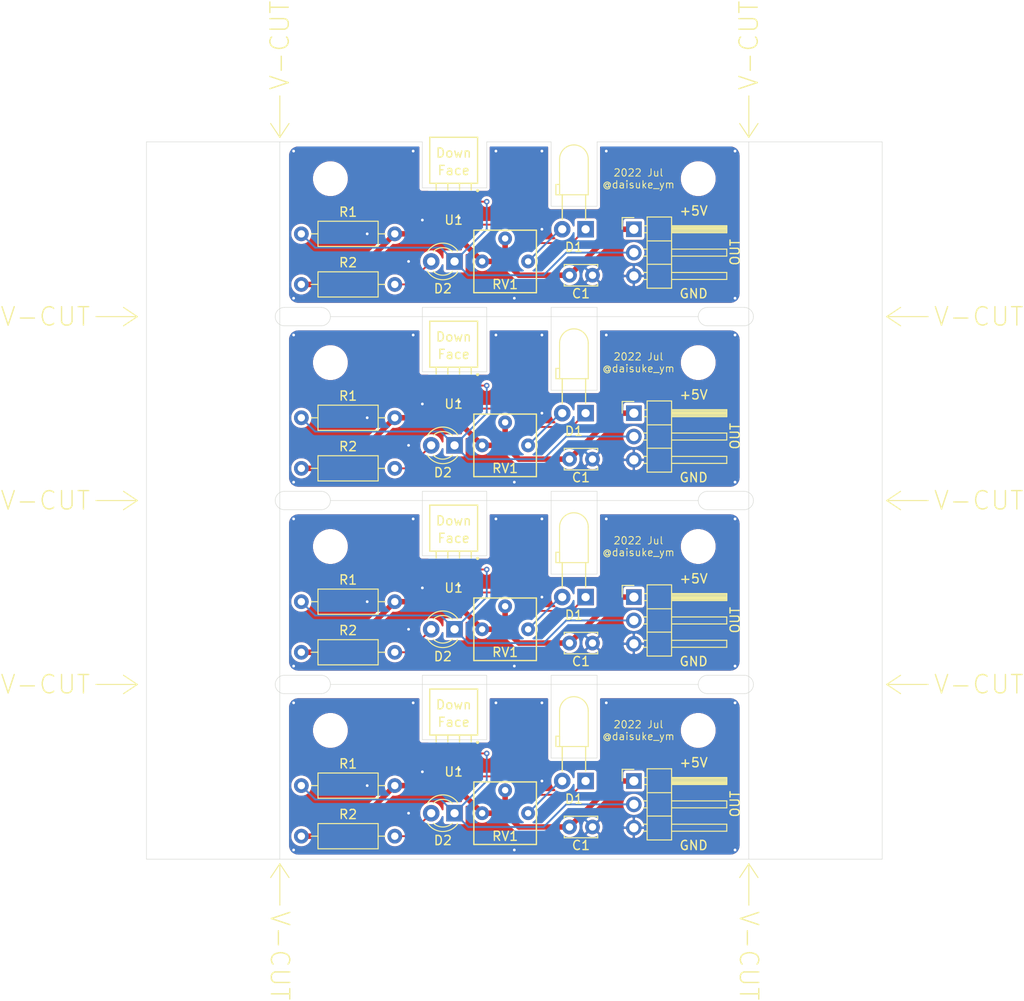
<source format=kicad_pcb>
(kicad_pcb (version 20171130) (host pcbnew "(5.1.12)-1")
  (layers (0 F.Cu signal) (31 B.Cu signal) (34 B.Paste user) (35 F.Paste user) (36 B.SilkS user) (37 F.SilkS user) (38 B.Mask user) (39 F.Mask user) (44 Edge.Cuts user))
  (net 0 "")
  (net 1 +5V)
  (net 2 GND)
  (net 3 "Net-(D1-Pad2)")
  (net 4 "Net-(D2-Pad2)")
  (net 5 /WS1)
  (net 6 "Net-(D1-Pad1)")
  (module MountingHole:MountingHole_3.2mm_M3 (layer F.Cu) (at 130 124)
    (fp_text reference MH1 hide)
    (fp_text value MountingHole_3.2mm_M3 hide)
    (pad 1 np_thru_hole circle (at 0 0) (size 3.2 3.2) (drill 3.2) (layers *.Cu *.Mask))
  )
  (module MountingHole:MountingHole_3.2mm_M3 (layer F.Cu) (at 130 104)
    (fp_text reference MH1 hide)
    (fp_text value MountingHole_3.2mm_M3 hide)
    (pad 1 np_thru_hole circle (at 0 0) (size 3.2 3.2) (drill 3.2) (layers *.Cu *.Mask))
  )
  (module MountingHole:MountingHole_3.2mm_M3 (layer F.Cu) (at 130 84)
    (fp_text reference MH1 hide)
    (fp_text value MountingHole_3.2mm_M3 hide)
    (pad 1 np_thru_hole circle (at 0 0) (size 3.2 3.2) (drill 3.2) (layers *.Cu *.Mask))
  )
  (module LED_THT:LED_D3.0mm_Horizontal_O3.81mm_Z6.0mm (layer F.Cu) (at 157.75 129.5 180)
    (fp_text reference D1 (at 1.27 -1.96) (layer F.SilkS))
    (fp_text value "IR LED")
    (pad 2 thru_hole circle (at 2.54 0 180) (size 1.8 1.8) (drill 0.9) (layers *.Cu *.Mask) (net 3 "Net-(D1-Pad2)"))
    (pad 1 thru_hole rect (at 0 0 180) (size 1.8 1.8) (drill 0.9) (layers *.Cu *.Mask) (net 6 "Net-(D1-Pad1)"))
  )
  (module LED_THT:LED_D3.0mm_Horizontal_O3.81mm_Z6.0mm (layer F.Cu) (at 157.75 109.5 180)
    (fp_text reference D1 (at 1.27 -1.96) (layer F.SilkS))
    (fp_text value "IR LED")
    (pad 2 thru_hole circle (at 2.54 0 180) (size 1.8 1.8) (drill 0.9) (layers *.Cu *.Mask) (net 3 "Net-(D1-Pad2)"))
    (pad 1 thru_hole rect (at 0 0 180) (size 1.8 1.8) (drill 0.9) (layers *.Cu *.Mask) (net 6 "Net-(D1-Pad1)"))
  )
  (module LED_THT:LED_D3.0mm_Horizontal_O3.81mm_Z6.0mm (layer F.Cu) (at 157.75 89.5 180)
    (fp_text reference D1 (at 1.27 -1.96) (layer F.SilkS))
    (fp_text value "IR LED")
    (pad 2 thru_hole circle (at 2.54 0 180) (size 1.8 1.8) (drill 0.9) (layers *.Cu *.Mask) (net 3 "Net-(D1-Pad2)"))
    (pad 1 thru_hole rect (at 0 0 180) (size 1.8 1.8) (drill 0.9) (layers *.Cu *.Mask) (net 6 "Net-(D1-Pad1)"))
  )
  (module Capacitor_THT:C_Disc_D3.4mm_W2.1mm_P2.50mm (layer F.Cu) (at 156 134.5)
    (fp_text reference C1 (at 1.25 2) (layer F.SilkS))
    (fp_text value 0.1u)
    (pad 2 thru_hole circle (at 2.5 0) (size 1.6 1.6) (drill 0.8) (layers *.Cu *.Mask) (net 2 GND))
    (pad 1 thru_hole circle (at 0 0) (size 1.6 1.6) (drill 0.8) (layers *.Cu *.Mask) (net 1 +5V))
  )
  (module Capacitor_THT:C_Disc_D3.4mm_W2.1mm_P2.50mm (layer F.Cu) (at 156 114.5)
    (fp_text reference C1 (at 1.25 2) (layer F.SilkS))
    (fp_text value 0.1u)
    (pad 2 thru_hole circle (at 2.5 0) (size 1.6 1.6) (drill 0.8) (layers *.Cu *.Mask) (net 2 GND))
    (pad 1 thru_hole circle (at 0 0) (size 1.6 1.6) (drill 0.8) (layers *.Cu *.Mask) (net 1 +5V))
  )
  (module Capacitor_THT:C_Disc_D3.4mm_W2.1mm_P2.50mm (layer F.Cu) (at 156 94.5)
    (fp_text reference C1 (at 1.25 2) (layer F.SilkS))
    (fp_text value 0.1u)
    (pad 2 thru_hole circle (at 2.5 0) (size 1.6 1.6) (drill 0.8) (layers *.Cu *.Mask) (net 2 GND))
    (pad 1 thru_hole circle (at 0 0) (size 1.6 1.6) (drill 0.8) (layers *.Cu *.Mask) (net 1 +5V))
  )
  (module MountingHole:MountingHole_3.2mm_M3 (layer F.Cu) (at 170 124)
    (fp_text reference MH2 hide)
    (fp_text value MountingHole_3.2mm_M3 hide)
    (pad 1 np_thru_hole circle (at 0 0) (size 3.2 3.2) (drill 3.2) (layers *.Cu *.Mask))
  )
  (module MountingHole:MountingHole_3.2mm_M3 (layer F.Cu) (at 170 104)
    (fp_text reference MH2 hide)
    (fp_text value MountingHole_3.2mm_M3 hide)
    (pad 1 np_thru_hole circle (at 0 0) (size 3.2 3.2) (drill 3.2) (layers *.Cu *.Mask))
  )
  (module MountingHole:MountingHole_3.2mm_M3 (layer F.Cu) (at 170 84)
    (fp_text reference MH2 hide)
    (fp_text value MountingHole_3.2mm_M3 hide)
    (pad 1 np_thru_hole circle (at 0 0) (size 3.2 3.2) (drill 3.2) (layers *.Cu *.Mask))
  )
  (module MyLib:S6809_Horizontal_Facedown (layer F.Cu) (at 143.405 126.5 180)
    (fp_text reference U1 (at 0 -2) (layer F.SilkS))
    (fp_text value S6809)
    (fp_text user Down (at 0 5.3) (layer F.SilkS))
    (fp_text user Face (at 0 3.4) (layer F.SilkS))
    (pad 4 smd rect (at 1.905 0 180) (size 1 2) (layers F.Cu F.Paste F.Mask) (net 1 +5V))
    (pad 3 smd rect (at 0.635 0 180) (size 1 2) (layers F.Cu F.Paste F.Mask) (net 6 "Net-(D1-Pad1)"))
    (pad 2 smd rect (at -0.635 0 180) (size 1 2) (layers F.Cu F.Paste F.Mask) (net 2 GND))
    (pad 1 smd rect (at -1.905 0 180) (size 1 2) (layers F.Cu F.Paste F.Mask) (net 5 /WS1))
  )
  (module MyLib:S6809_Horizontal_Facedown (layer F.Cu) (at 143.405 106.5 180)
    (fp_text reference U1 (at 0 -2) (layer F.SilkS))
    (fp_text value S6809)
    (fp_text user Down (at 0 5.3) (layer F.SilkS))
    (fp_text user Face (at 0 3.4) (layer F.SilkS))
    (pad 4 smd rect (at 1.905 0 180) (size 1 2) (layers F.Cu F.Paste F.Mask) (net 1 +5V))
    (pad 3 smd rect (at 0.635 0 180) (size 1 2) (layers F.Cu F.Paste F.Mask) (net 6 "Net-(D1-Pad1)"))
    (pad 2 smd rect (at -0.635 0 180) (size 1 2) (layers F.Cu F.Paste F.Mask) (net 2 GND))
    (pad 1 smd rect (at -1.905 0 180) (size 1 2) (layers F.Cu F.Paste F.Mask) (net 5 /WS1))
  )
  (module MyLib:S6809_Horizontal_Facedown (layer F.Cu) (at 143.405 86.5 180)
    (fp_text reference U1 (at 0 -2) (layer F.SilkS))
    (fp_text value S6809)
    (fp_text user Down (at 0 5.3) (layer F.SilkS))
    (fp_text user Face (at 0 3.4) (layer F.SilkS))
    (pad 4 smd rect (at 1.905 0 180) (size 1 2) (layers F.Cu F.Paste F.Mask) (net 1 +5V))
    (pad 3 smd rect (at 0.635 0 180) (size 1 2) (layers F.Cu F.Paste F.Mask) (net 6 "Net-(D1-Pad1)"))
    (pad 2 smd rect (at -0.635 0 180) (size 1 2) (layers F.Cu F.Paste F.Mask) (net 2 GND))
    (pad 1 smd rect (at -1.905 0 180) (size 1 2) (layers F.Cu F.Paste F.Mask) (net 5 /WS1))
  )
  (module Resistor_THT:R_Axial_DIN0207_L6.3mm_D2.5mm_P10.16mm_Horizontal (layer F.Cu) (at 126.84 135.5)
    (fp_text reference R2 (at 5.08 -2.37) (layer F.SilkS))
    (fp_text value 1k)
    (pad 2 thru_hole oval (at 10.16 0) (size 1.6 1.6) (drill 0.8) (layers *.Cu *.Mask) (net 4 "Net-(D2-Pad2)"))
    (pad 1 thru_hole circle (at 0 0) (size 1.6 1.6) (drill 0.8) (layers *.Cu *.Mask) (net 1 +5V))
  )
  (module Resistor_THT:R_Axial_DIN0207_L6.3mm_D2.5mm_P10.16mm_Horizontal (layer F.Cu) (at 126.84 115.5)
    (fp_text reference R2 (at 5.08 -2.37) (layer F.SilkS))
    (fp_text value 1k)
    (pad 2 thru_hole oval (at 10.16 0) (size 1.6 1.6) (drill 0.8) (layers *.Cu *.Mask) (net 4 "Net-(D2-Pad2)"))
    (pad 1 thru_hole circle (at 0 0) (size 1.6 1.6) (drill 0.8) (layers *.Cu *.Mask) (net 1 +5V))
  )
  (module Resistor_THT:R_Axial_DIN0207_L6.3mm_D2.5mm_P10.16mm_Horizontal (layer F.Cu) (at 126.84 95.5)
    (fp_text reference R2 (at 5.08 -2.37) (layer F.SilkS))
    (fp_text value 1k)
    (pad 2 thru_hole oval (at 10.16 0) (size 1.6 1.6) (drill 0.8) (layers *.Cu *.Mask) (net 4 "Net-(D2-Pad2)"))
    (pad 1 thru_hole circle (at 0 0) (size 1.6 1.6) (drill 0.8) (layers *.Cu *.Mask) (net 1 +5V))
  )
  (module Resistor_THT:R_Axial_DIN0207_L6.3mm_D2.5mm_P10.16mm_Horizontal (layer F.Cu) (at 126.84 130)
    (fp_text reference R1 (at 5.08 -2.37) (layer F.SilkS))
    (fp_text value 10k)
    (pad 1 thru_hole circle (at 0 0) (size 1.6 1.6) (drill 0.8) (layers *.Cu *.Mask) (net 5 /WS1))
    (pad 2 thru_hole oval (at 10.16 0) (size 1.6 1.6) (drill 0.8) (layers *.Cu *.Mask) (net 1 +5V))
  )
  (module Resistor_THT:R_Axial_DIN0207_L6.3mm_D2.5mm_P10.16mm_Horizontal (layer F.Cu) (at 126.84 110)
    (fp_text reference R1 (at 5.08 -2.37) (layer F.SilkS))
    (fp_text value 10k)
    (pad 1 thru_hole circle (at 0 0) (size 1.6 1.6) (drill 0.8) (layers *.Cu *.Mask) (net 5 /WS1))
    (pad 2 thru_hole oval (at 10.16 0) (size 1.6 1.6) (drill 0.8) (layers *.Cu *.Mask) (net 1 +5V))
  )
  (module Resistor_THT:R_Axial_DIN0207_L6.3mm_D2.5mm_P10.16mm_Horizontal (layer F.Cu) (at 126.84 90)
    (fp_text reference R1 (at 5.08 -2.37) (layer F.SilkS))
    (fp_text value 10k)
    (pad 1 thru_hole circle (at 0 0) (size 1.6 1.6) (drill 0.8) (layers *.Cu *.Mask) (net 5 /WS1))
    (pad 2 thru_hole oval (at 10.16 0) (size 1.6 1.6) (drill 0.8) (layers *.Cu *.Mask) (net 1 +5V))
  )
  (module Connector_PinHeader_2.54mm:PinHeader_1x03_P2.54mm_Horizontal (layer F.Cu) (at 163 129.5)
    (fp_text reference J1 hide)
    (fp_text value Conn_01x03)
    (pad 3 thru_hole oval (at 0 5.08) (size 1.7 1.7) (drill 1) (layers *.Cu *.Mask) (net 2 GND))
    (pad 2 thru_hole oval (at 0 2.54) (size 1.7 1.7) (drill 1) (layers *.Cu *.Mask) (net 5 /WS1))
    (pad 1 thru_hole rect (at 0 0) (size 1.7 1.7) (drill 1) (layers *.Cu *.Mask) (net 1 +5V))
  )
  (module Connector_PinHeader_2.54mm:PinHeader_1x03_P2.54mm_Horizontal (layer F.Cu) (at 163 109.5)
    (fp_text reference J1 hide)
    (fp_text value Conn_01x03)
    (pad 3 thru_hole oval (at 0 5.08) (size 1.7 1.7) (drill 1) (layers *.Cu *.Mask) (net 2 GND))
    (pad 2 thru_hole oval (at 0 2.54) (size 1.7 1.7) (drill 1) (layers *.Cu *.Mask) (net 5 /WS1))
    (pad 1 thru_hole rect (at 0 0) (size 1.7 1.7) (drill 1) (layers *.Cu *.Mask) (net 1 +5V))
  )
  (module Connector_PinHeader_2.54mm:PinHeader_1x03_P2.54mm_Horizontal (layer F.Cu) (at 163 89.5)
    (fp_text reference J1 hide)
    (fp_text value Conn_01x03)
    (pad 3 thru_hole oval (at 0 5.08) (size 1.7 1.7) (drill 1) (layers *.Cu *.Mask) (net 2 GND))
    (pad 2 thru_hole oval (at 0 2.54) (size 1.7 1.7) (drill 1) (layers *.Cu *.Mask) (net 5 /WS1))
    (pad 1 thru_hole rect (at 0 0) (size 1.7 1.7) (drill 1) (layers *.Cu *.Mask) (net 1 +5V))
  )
  (module MyLib:GF063P1 (layer F.Cu) (at 149 133)
    (fp_text reference RV1 (at 0 2.5) (layer F.SilkS))
    (fp_text value 4K7)
    (pad 3 thru_hole circle (at 2.5 0) (size 1.5 1.5) (drill 0.7) (layers *.Cu *.Mask) (net 3 "Net-(D1-Pad2)"))
    (pad 2 thru_hole circle (at 0 -2.5) (size 1.5 1.5) (drill 0.7) (layers *.Cu *.Mask) (net 1 +5V))
    (pad 1 thru_hole circle (at -2.5 0) (size 1.5 1.5) (drill 0.7) (layers *.Cu *.Mask) (net 1 +5V))
  )
  (module MyLib:GF063P1 (layer F.Cu) (at 149 113)
    (fp_text reference RV1 (at 0 2.5) (layer F.SilkS))
    (fp_text value 4K7)
    (pad 3 thru_hole circle (at 2.5 0) (size 1.5 1.5) (drill 0.7) (layers *.Cu *.Mask) (net 3 "Net-(D1-Pad2)"))
    (pad 2 thru_hole circle (at 0 -2.5) (size 1.5 1.5) (drill 0.7) (layers *.Cu *.Mask) (net 1 +5V))
    (pad 1 thru_hole circle (at -2.5 0) (size 1.5 1.5) (drill 0.7) (layers *.Cu *.Mask) (net 1 +5V))
  )
  (module MyLib:GF063P1 (layer F.Cu) (at 149 93)
    (fp_text reference RV1 (at 0 2.5) (layer F.SilkS))
    (fp_text value 4K7)
    (pad 3 thru_hole circle (at 2.5 0) (size 1.5 1.5) (drill 0.7) (layers *.Cu *.Mask) (net 3 "Net-(D1-Pad2)"))
    (pad 2 thru_hole circle (at 0 -2.5) (size 1.5 1.5) (drill 0.7) (layers *.Cu *.Mask) (net 1 +5V))
    (pad 1 thru_hole circle (at -2.5 0) (size 1.5 1.5) (drill 0.7) (layers *.Cu *.Mask) (net 1 +5V))
  )
  (module LED_THT:LED_D3.0mm_Clear (layer F.Cu) (at 143.5 133 180)
    (fp_text reference D2 (at 1.27 -2.96) (layer F.SilkS))
    (fp_text value YELLOW)
    (pad 2 thru_hole circle (at 2.54 0 180) (size 1.8 1.8) (drill 0.9) (layers *.Cu *.Mask) (net 4 "Net-(D2-Pad2)"))
    (pad 1 thru_hole rect (at 0 0 180) (size 1.8 1.8) (drill 0.9) (layers *.Cu *.Mask) (net 5 /WS1))
  )
  (module LED_THT:LED_D3.0mm_Clear (layer F.Cu) (at 143.5 113 180)
    (fp_text reference D2 (at 1.27 -2.96) (layer F.SilkS))
    (fp_text value YELLOW)
    (pad 2 thru_hole circle (at 2.54 0 180) (size 1.8 1.8) (drill 0.9) (layers *.Cu *.Mask) (net 4 "Net-(D2-Pad2)"))
    (pad 1 thru_hole rect (at 0 0 180) (size 1.8 1.8) (drill 0.9) (layers *.Cu *.Mask) (net 5 /WS1))
  )
  (module LED_THT:LED_D3.0mm_Clear (layer F.Cu) (at 143.5 93 180)
    (fp_text reference D2 (at 1.27 -2.96) (layer F.SilkS))
    (fp_text value YELLOW)
    (pad 2 thru_hole circle (at 2.54 0 180) (size 1.8 1.8) (drill 0.9) (layers *.Cu *.Mask) (net 4 "Net-(D2-Pad2)"))
    (pad 1 thru_hole rect (at 0 0 180) (size 1.8 1.8) (drill 0.9) (layers *.Cu *.Mask) (net 5 /WS1))
  )
  (module MountingHole:MountingHole_3.2mm_M3 (layer F.Cu) (at 170 64)
    (fp_text reference MH2 hide)
    (fp_text value MountingHole_3.2mm_M3 hide)
    (pad 1 np_thru_hole circle (at 0 0) (size 3.2 3.2) (drill 3.2) (layers *.Cu *.Mask))
  )
  (module MountingHole:MountingHole_3.2mm_M3 (layer F.Cu) (at 130 64)
    (fp_text reference MH1 hide)
    (fp_text value MountingHole_3.2mm_M3 hide)
    (pad 1 np_thru_hole circle (at 0 0) (size 3.2 3.2) (drill 3.2) (layers *.Cu *.Mask))
  )
  (module Capacitor_THT:C_Disc_D3.4mm_W2.1mm_P2.50mm (layer F.Cu) (at 156 74.5)
    (fp_text reference C1 (at 1.25 2) (layer F.SilkS))
    (fp_text value 0.1u)
    (pad 1 thru_hole circle (at 0 0) (size 1.6 1.6) (drill 0.8) (layers *.Cu *.Mask) (net 1 +5V))
    (pad 2 thru_hole circle (at 2.5 0) (size 1.6 1.6) (drill 0.8) (layers *.Cu *.Mask) (net 2 GND))
  )
  (module LED_THT:LED_D3.0mm_Horizontal_O3.81mm_Z6.0mm (layer F.Cu) (at 157.75 69.5 180)
    (fp_text reference D1 (at 1.27 -1.96) (layer F.SilkS))
    (fp_text value "IR LED")
    (pad 1 thru_hole rect (at 0 0 180) (size 1.8 1.8) (drill 0.9) (layers *.Cu *.Mask) (net 6 "Net-(D1-Pad1)"))
    (pad 2 thru_hole circle (at 2.54 0 180) (size 1.8 1.8) (drill 0.9) (layers *.Cu *.Mask) (net 3 "Net-(D1-Pad2)"))
  )
  (module LED_THT:LED_D3.0mm_Clear (layer F.Cu) (at 143.5 73 180)
    (fp_text reference D2 (at 1.27 -2.96) (layer F.SilkS))
    (fp_text value YELLOW)
    (pad 1 thru_hole rect (at 0 0 180) (size 1.8 1.8) (drill 0.9) (layers *.Cu *.Mask) (net 5 /WS1))
    (pad 2 thru_hole circle (at 2.54 0 180) (size 1.8 1.8) (drill 0.9) (layers *.Cu *.Mask) (net 4 "Net-(D2-Pad2)"))
  )
  (module Connector_PinHeader_2.54mm:PinHeader_1x03_P2.54mm_Horizontal (layer F.Cu) (at 163 69.5)
    (fp_text reference J1 hide)
    (fp_text value Conn_01x03)
    (pad 1 thru_hole rect (at 0 0) (size 1.7 1.7) (drill 1) (layers *.Cu *.Mask) (net 1 +5V))
    (pad 2 thru_hole oval (at 0 2.54) (size 1.7 1.7) (drill 1) (layers *.Cu *.Mask) (net 5 /WS1))
    (pad 3 thru_hole oval (at 0 5.08) (size 1.7 1.7) (drill 1) (layers *.Cu *.Mask) (net 2 GND))
  )
  (module Resistor_THT:R_Axial_DIN0207_L6.3mm_D2.5mm_P10.16mm_Horizontal (layer F.Cu) (at 126.84 70)
    (fp_text reference R1 (at 5.08 -2.37) (layer F.SilkS))
    (fp_text value 10k)
    (pad 2 thru_hole oval (at 10.16 0) (size 1.6 1.6) (drill 0.8) (layers *.Cu *.Mask) (net 1 +5V))
    (pad 1 thru_hole circle (at 0 0) (size 1.6 1.6) (drill 0.8) (layers *.Cu *.Mask) (net 5 /WS1))
  )
  (module Resistor_THT:R_Axial_DIN0207_L6.3mm_D2.5mm_P10.16mm_Horizontal (layer F.Cu) (at 126.84 75.5)
    (fp_text reference R2 (at 5.08 -2.37) (layer F.SilkS))
    (fp_text value 1k)
    (pad 1 thru_hole circle (at 0 0) (size 1.6 1.6) (drill 0.8) (layers *.Cu *.Mask) (net 1 +5V))
    (pad 2 thru_hole oval (at 10.16 0) (size 1.6 1.6) (drill 0.8) (layers *.Cu *.Mask) (net 4 "Net-(D2-Pad2)"))
  )
  (module MyLib:GF063P1 (layer F.Cu) (at 149 73)
    (fp_text reference RV1 (at 0 2.5) (layer F.SilkS))
    (fp_text value 4K7)
    (pad 1 thru_hole circle (at -2.5 0) (size 1.5 1.5) (drill 0.7) (layers *.Cu *.Mask) (net 1 +5V))
    (pad 2 thru_hole circle (at 0 -2.5) (size 1.5 1.5) (drill 0.7) (layers *.Cu *.Mask) (net 1 +5V))
    (pad 3 thru_hole circle (at 2.5 0) (size 1.5 1.5) (drill 0.7) (layers *.Cu *.Mask) (net 3 "Net-(D1-Pad2)"))
  )
  (module MyLib:S6809_Horizontal_Facedown (layer F.Cu) (at 143.405 66.5 180)
    (fp_text reference U1 (at 0 -2) (layer F.SilkS))
    (fp_text value S6809)
    (fp_text user Face (at 0 3.4) (layer F.SilkS))
    (fp_text user Down (at 0 5.3) (layer F.SilkS))
    (pad 1 smd rect (at -1.905 0 180) (size 1 2) (layers F.Cu F.Paste F.Mask) (net 5 /WS1))
    (pad 2 smd rect (at -0.635 0 180) (size 1 2) (layers F.Cu F.Paste F.Mask) (net 2 GND))
    (pad 3 smd rect (at 0.635 0 180) (size 1 2) (layers F.Cu F.Paste F.Mask) (net 6 "Net-(D1-Pad1)"))
    (pad 4 smd rect (at 1.905 0 180) (size 1 2) (layers F.Cu F.Paste F.Mask) (net 1 +5V))
  )
  (gr_line (start 124.5 59.5) (end 123.5 58) (layer F.SilkS) (width 0.12))
  (gr_line (start 124.5 59.5) (end 125.5 58) (layer F.SilkS) (width 0.12))
  (gr_line (start 124.5 59.5) (end 124.5 55) (layer F.SilkS) (width 0.12))
  (gr_text V-CUT (at 124.5 49.5 90) (layer F.SilkS) (effects (font (size 2 2))))
  (gr_line (start 175.5 59.5) (end 174.5 58) (layer F.SilkS) (width 0.12))
  (gr_line (start 175.5 59.5) (end 176.5 58) (layer F.SilkS) (width 0.12))
  (gr_line (start 175.5 59.5) (end 175.5 55) (layer F.SilkS) (width 0.12))
  (gr_text V-CUT (at 175.5 49.5 90) (layer F.SilkS) (effects (font (size 2 2))))
  (gr_line (start 124.5 138.5) (end 125.5 140) (layer F.SilkS) (width 0.12))
  (gr_line (start 124.5 138.5) (end 123.5 140) (layer F.SilkS) (width 0.12))
  (gr_line (start 124.5 138.5) (end 124.5 143) (layer F.SilkS) (width 0.12))
  (gr_text V-CUT (at 124.5 148.5 270) (layer F.SilkS) (effects (font (size 2 2))))
  (gr_line (start 175.5 138.5) (end 176.5 140) (layer F.SilkS) (width 0.12))
  (gr_line (start 175.5 138.5) (end 174.5 140) (layer F.SilkS) (width 0.12))
  (gr_line (start 175.5 138.5) (end 175.5 143) (layer F.SilkS) (width 0.12))
  (gr_text V-CUT (at 175.5 148.5 270) (layer F.SilkS) (effects (font (size 2 2))))
  (gr_line (start 190 138) (end 190 60) (layer Edge.Cuts) (width 0.05))
  (gr_line (start 110 60) (end 110 138) (layer Edge.Cuts) (width 0.05))
  (gr_line (start 109 79) (end 104.5 79) (layer F.SilkS) (width 0.12))
  (gr_line (start 109 79) (end 107.5 80) (layer F.SilkS) (width 0.12))
  (gr_line (start 109 79) (end 107.5 78) (layer F.SilkS) (width 0.12))
  (gr_text V-CUT (at 99 79) (layer F.SilkS) (effects (font (size 2 2))))
  (gr_line (start 109 99) (end 104.5 99) (layer F.SilkS) (width 0.12))
  (gr_line (start 109 99) (end 107.5 100) (layer F.SilkS) (width 0.12))
  (gr_line (start 109 99) (end 107.5 98) (layer F.SilkS) (width 0.12))
  (gr_text V-CUT (at 99 99) (layer F.SilkS) (effects (font (size 2 2))))
  (gr_line (start 109 119) (end 107.5 118) (layer F.SilkS) (width 0.12))
  (gr_line (start 109 119) (end 107.5 120) (layer F.SilkS) (width 0.12))
  (gr_line (start 109 119) (end 104.5 119) (layer F.SilkS) (width 0.12))
  (gr_text V-CUT (at 99 119) (layer F.SilkS) (effects (font (size 2 2))))
  (gr_line (start 190.5 119) (end 192 120) (layer F.SilkS) (width 0.12))
  (gr_line (start 190.5 119) (end 192 118) (layer F.SilkS) (width 0.12))
  (gr_line (start 190.5 119) (end 195 119) (layer F.SilkS) (width 0.12))
  (gr_text V-CUT (at 200.5 119) (layer F.SilkS) (effects (font (size 2 2))))
  (gr_line (start 190.5 99) (end 192 100) (layer F.SilkS) (width 0.12))
  (gr_line (start 190.5 99) (end 192 98) (layer F.SilkS) (width 0.12))
  (gr_line (start 190.5 99) (end 195 99) (layer F.SilkS) (width 0.12))
  (gr_text V-CUT (at 200.5 99) (layer F.SilkS) (effects (font (size 2 2))))
  (gr_line (start 190.5 79) (end 192 80) (layer F.SilkS) (width 0.12))
  (gr_line (start 190.5 79) (end 192 78) (layer F.SilkS) (width 0.12))
  (gr_line (start 190.5 79) (end 195 79) (layer F.SilkS) (width 0.12))
  (gr_text V-CUT (at 200.5 79) (layer F.SilkS) (effects (font (size 2 2))))
  (gr_line (start 125 118) (end 129 118) (layer Edge.Cuts) (width 0.05))
  (gr_line (start 140 118) (end 147 118) (layer Edge.Cuts) (width 0.05))
  (gr_arc (start 171 119) (end 171 118) (angle -180) (layer Edge.Cuts) (width 0.05))
  (gr_line (start 154 118) (end 159 118) (layer Edge.Cuts) (width 0.05))
  (gr_line (start 130 119) (end 170 119) (layer Edge.Cuts) (width 0.05))
  (gr_line (start 171 118) (end 175 118) (layer Edge.Cuts) (width 0.05))
  (gr_line (start 171 120) (end 175 120) (layer Edge.Cuts) (width 0.05))
  (gr_line (start 159 127) (end 159 118) (layer Edge.Cuts) (width 0.05))
  (gr_line (start 154 118) (end 154 127) (layer Edge.Cuts) (width 0.05))
  (gr_arc (start 129 119) (end 129 120) (angle -180) (layer Edge.Cuts) (width 0.05))
  (gr_line (start 129 120) (end 125 120) (layer Edge.Cuts) (width 0.05))
  (gr_line (start 140 118) (end 140 125) (layer Edge.Cuts) (width 0.05))
  (gr_line (start 147 125) (end 147 118) (layer Edge.Cuts) (width 0.05))
  (gr_line (start 125 98) (end 129 98) (layer Edge.Cuts) (width 0.05))
  (gr_line (start 140 98) (end 147 98) (layer Edge.Cuts) (width 0.05))
  (gr_arc (start 171 99) (end 171 98) (angle -180) (layer Edge.Cuts) (width 0.05))
  (gr_line (start 154 98) (end 159 98) (layer Edge.Cuts) (width 0.05))
  (gr_line (start 130 99) (end 170 99) (layer Edge.Cuts) (width 0.05))
  (gr_line (start 171 98) (end 175 98) (layer Edge.Cuts) (width 0.05))
  (gr_line (start 171 100) (end 175 100) (layer Edge.Cuts) (width 0.05))
  (gr_line (start 159 107) (end 159 98) (layer Edge.Cuts) (width 0.05))
  (gr_line (start 154 98) (end 154 107) (layer Edge.Cuts) (width 0.05))
  (gr_arc (start 129 99) (end 129 100) (angle -180) (layer Edge.Cuts) (width 0.05))
  (gr_line (start 129 100) (end 125 100) (layer Edge.Cuts) (width 0.05))
  (gr_line (start 140 98) (end 140 105) (layer Edge.Cuts) (width 0.05))
  (gr_line (start 147 105) (end 147 98) (layer Edge.Cuts) (width 0.05))
  (gr_line (start 130 79) (end 170 79) (layer Edge.Cuts) (width 0.05))
  (gr_line (start 125 78) (end 129 78) (layer Edge.Cuts) (width 0.05))
  (gr_line (start 140 78) (end 147 78) (layer Edge.Cuts) (width 0.05))
  (gr_line (start 154 78) (end 159 78) (layer Edge.Cuts) (width 0.05))
  (gr_line (start 171 78) (end 175 78) (layer Edge.Cuts) (width 0.05))
  (gr_line (start 171 80) (end 175 80) (layer Edge.Cuts) (width 0.05))
  (gr_arc (start 171 79) (end 171 78) (angle -180) (layer Edge.Cuts) (width 0.05))
  (gr_arc (start 129 79) (end 129 80) (angle -180) (layer Edge.Cuts) (width 0.05))
  (gr_line (start 159 87) (end 159 78) (layer Edge.Cuts) (width 0.05))
  (gr_line (start 154 78) (end 154 87) (layer Edge.Cuts) (width 0.05))
  (gr_line (start 140 125) (end 147 125) (layer Edge.Cuts) (width 0.05))
  (gr_line (start 140 105) (end 147 105) (layer Edge.Cuts) (width 0.05))
  (gr_line (start 140 85) (end 147 85) (layer Edge.Cuts) (width 0.05))
  (gr_arc (start 125 119) (end 125 118) (angle -90) (layer Edge.Cuts) (width 0.05))
  (gr_arc (start 125 99) (end 125 98) (angle -90) (layer Edge.Cuts) (width 0.05))
  (gr_arc (start 125 79) (end 125 78) (angle -90) (layer Edge.Cuts) (width 0.05))
  (gr_line (start 154 127) (end 159 127) (layer Edge.Cuts) (width 0.05))
  (gr_line (start 154 107) (end 159 107) (layer Edge.Cuts) (width 0.05))
  (gr_line (start 154 87) (end 159 87) (layer Edge.Cuts) (width 0.05))
  (gr_line (start 140 78) (end 140 85) (layer Edge.Cuts) (width 0.05))
  (gr_line (start 147 85) (end 147 78) (layer Edge.Cuts) (width 0.05))
  (gr_line (start 129 80) (end 125 80) (layer Edge.Cuts) (width 0.05))
  (gr_arc (start 125 119) (end 124 119) (angle -90) (layer Edge.Cuts) (width 0.05))
  (gr_arc (start 125 99) (end 124 99) (angle -90) (layer Edge.Cuts) (width 0.05))
  (gr_line (start 190 138) (end 110 138) (layer Edge.Cuts) (width 0.05))
  (gr_arc (start 175 119) (end 175 120) (angle -90) (layer Edge.Cuts) (width 0.05))
  (gr_arc (start 175 99) (end 175 100) (angle -90) (layer Edge.Cuts) (width 0.05))
  (gr_arc (start 175 119) (end 176 119) (angle -90) (layer Edge.Cuts) (width 0.05))
  (gr_arc (start 175 99) (end 176 99) (angle -90) (layer Edge.Cuts) (width 0.05))
  (gr_arc (start 175 79) (end 176 79) (angle -90) (layer Edge.Cuts) (width 0.05))
  (gr_text OUT (at 174 132 90) (layer F.SilkS) (effects (font (size 1 1))))
  (gr_text OUT (at 174 112 90) (layer F.SilkS) (effects (font (size 1 1))))
  (gr_text OUT (at 174 92 90) (layer F.SilkS) (effects (font (size 1 1))))
  (gr_text +5V (at 169.5 127.5) (layer F.SilkS) (effects (font (size 1 1))))
  (gr_text +5V (at 169.5 107.5) (layer F.SilkS) (effects (font (size 1 1))))
  (gr_text +5V (at 169.5 87.5) (layer F.SilkS) (effects (font (size 1 1))))
  (gr_text "2022 Jul\n@daisuke_ym" (at 163.5 124) (layer F.SilkS) (effects (font (size 0.8 0.8) (thickness 0.1))))
  (gr_text "2022 Jul\n@daisuke_ym" (at 163.5 104) (layer F.SilkS) (effects (font (size 0.8 0.8) (thickness 0.1))))
  (gr_text "2022 Jul\n@daisuke_ym" (at 163.5 84) (layer F.SilkS) (effects (font (size 0.8 0.8) (thickness 0.1))))
  (gr_text GND (at 169.5 136.5) (layer F.SilkS) (effects (font (size 1 1))))
  (gr_text GND (at 169.5 116.5) (layer F.SilkS) (effects (font (size 1 1))))
  (gr_text GND (at 169.5 96.5) (layer F.SilkS) (effects (font (size 1 1))))
  (gr_text "2022 Jul\n@daisuke_ym" (at 163.5 64) (layer F.SilkS) (effects (font (size 0.8 0.8) (thickness 0.1))))
  (gr_text OUT (at 174 72 90) (layer F.SilkS) (effects (font (size 1 1))))
  (gr_text GND (at 169.5 76.5) (layer F.SilkS) (effects (font (size 1 1))))
  (gr_text +5V (at 169.5 67.5) (layer F.SilkS) (effects (font (size 1 1))))
  (gr_line (start 175.5 60) (end 175.5 138) (layer Edge.Cuts) (width 0.05))
  (gr_line (start 159 60) (end 190 60) (layer Edge.Cuts) (width 0.05))
  (gr_arc (start 175 79) (end 175 80) (angle -90) (layer Edge.Cuts) (width 0.05))
  (gr_arc (start 125 79) (end 124 79) (angle -90) (layer Edge.Cuts) (width 0.05))
  (gr_line (start 147 60) (end 154 60) (layer Edge.Cuts) (width 0.05))
  (gr_line (start 140 60) (end 110 60) (layer Edge.Cuts) (width 0.05))
  (gr_line (start 147 65) (end 147 60) (layer Edge.Cuts) (width 0.05))
  (gr_line (start 140 65) (end 147 65) (layer Edge.Cuts) (width 0.05))
  (gr_line (start 140 60) (end 140 65) (layer Edge.Cuts) (width 0.05))
  (gr_line (start 159 67) (end 159 60) (layer Edge.Cuts) (width 0.05))
  (gr_line (start 154 67) (end 159 67) (layer Edge.Cuts) (width 0.05))
  (gr_line (start 154 60) (end 154 67) (layer Edge.Cuts) (width 0.05))
  (gr_line (start 124.5 60) (end 124.5 138) (layer Edge.Cuts) (width 0.05))
  (segment (start 161 69.5) (end 156 74.5) (width 0.6) (layer F.Cu) (net 1))
  (segment (start 163 69.5) (end 161 69.5) (width 0.6) (layer F.Cu) (net 1))
  (segment (start 141.5 69.5) (end 141.5 66.5) (width 0.6) (layer F.Cu) (net 1))
  (segment (start 131.5 75.5) (end 126.84 75.5) (width 0.6) (layer F.Cu) (net 1))
  (segment (start 137 70) (end 131.5 75.5) (width 0.6) (layer F.Cu) (net 1))
  (segment (start 141.5 70) (end 137 70) (width 0.6) (layer F.Cu) (net 1))
  (segment (start 141.5 69.5) (end 141.5 70) (width 0.6) (layer F.Cu) (net 1))
  (segment (start 149 73) (end 149 70.5) (width 0.6) (layer F.Cu) (net 1))
  (segment (start 150.5 74.5) (end 149 73) (width 0.6) (layer F.Cu) (net 1))
  (segment (start 156 74.5) (end 150.5 74.5) (width 0.6) (layer F.Cu) (net 1))
  (segment (start 146.5 73) (end 149 73) (width 0.6) (layer F.Cu) (net 1))
  (segment (start 146.5 73) (end 144 70.5) (width 0.6) (layer F.Cu) (net 1))
  (segment (start 144 70.5) (end 142 70.5) (width 0.6) (layer F.Cu) (net 1))
  (segment (start 142 70.5) (end 141.5 70) (width 0.6) (layer F.Cu) (net 1))
  (segment (start 161 89.5) (end 156 94.5) (width 0.6) (layer F.Cu) (net 1))
  (segment (start 161 109.5) (end 156 114.5) (width 0.6) (layer F.Cu) (net 1))
  (segment (start 161 129.5) (end 156 134.5) (width 0.6) (layer F.Cu) (net 1))
  (segment (start 141.5 90) (end 137 90) (width 0.6) (layer F.Cu) (net 1))
  (segment (start 141.5 110) (end 137 110) (width 0.6) (layer F.Cu) (net 1))
  (segment (start 141.5 130) (end 137 130) (width 0.6) (layer F.Cu) (net 1))
  (segment (start 141.5 89.5) (end 141.5 86.5) (width 0.6) (layer F.Cu) (net 1))
  (segment (start 141.5 109.5) (end 141.5 106.5) (width 0.6) (layer F.Cu) (net 1))
  (segment (start 141.5 129.5) (end 141.5 126.5) (width 0.6) (layer F.Cu) (net 1))
  (segment (start 142 90.5) (end 141.5 90) (width 0.6) (layer F.Cu) (net 1))
  (segment (start 142 110.5) (end 141.5 110) (width 0.6) (layer F.Cu) (net 1))
  (segment (start 142 130.5) (end 141.5 130) (width 0.6) (layer F.Cu) (net 1))
  (segment (start 131.5 95.5) (end 126.84 95.5) (width 0.6) (layer F.Cu) (net 1))
  (segment (start 131.5 115.5) (end 126.84 115.5) (width 0.6) (layer F.Cu) (net 1))
  (segment (start 131.5 135.5) (end 126.84 135.5) (width 0.6) (layer F.Cu) (net 1))
  (segment (start 156 94.5) (end 150.5 94.5) (width 0.6) (layer F.Cu) (net 1))
  (segment (start 156 114.5) (end 150.5 114.5) (width 0.6) (layer F.Cu) (net 1))
  (segment (start 156 134.5) (end 150.5 134.5) (width 0.6) (layer F.Cu) (net 1))
  (segment (start 141.5 89.5) (end 141.5 90) (width 0.6) (layer F.Cu) (net 1))
  (segment (start 141.5 109.5) (end 141.5 110) (width 0.6) (layer F.Cu) (net 1))
  (segment (start 141.5 129.5) (end 141.5 130) (width 0.6) (layer F.Cu) (net 1))
  (segment (start 146.5 93) (end 149 93) (width 0.6) (layer F.Cu) (net 1))
  (segment (start 146.5 113) (end 149 113) (width 0.6) (layer F.Cu) (net 1))
  (segment (start 146.5 133) (end 149 133) (width 0.6) (layer F.Cu) (net 1))
  (segment (start 150.5 94.5) (end 149 93) (width 0.6) (layer F.Cu) (net 1))
  (segment (start 150.5 114.5) (end 149 113) (width 0.6) (layer F.Cu) (net 1))
  (segment (start 150.5 134.5) (end 149 133) (width 0.6) (layer F.Cu) (net 1))
  (segment (start 144 90.5) (end 142 90.5) (width 0.6) (layer F.Cu) (net 1))
  (segment (start 144 110.5) (end 142 110.5) (width 0.6) (layer F.Cu) (net 1))
  (segment (start 144 130.5) (end 142 130.5) (width 0.6) (layer F.Cu) (net 1))
  (segment (start 163 89.5) (end 161 89.5) (width 0.6) (layer F.Cu) (net 1))
  (segment (start 163 109.5) (end 161 109.5) (width 0.6) (layer F.Cu) (net 1))
  (segment (start 163 129.5) (end 161 129.5) (width 0.6) (layer F.Cu) (net 1))
  (segment (start 137 90) (end 131.5 95.5) (width 0.6) (layer F.Cu) (net 1))
  (segment (start 137 110) (end 131.5 115.5) (width 0.6) (layer F.Cu) (net 1))
  (segment (start 137 130) (end 131.5 135.5) (width 0.6) (layer F.Cu) (net 1))
  (segment (start 149 93) (end 149 90.5) (width 0.6) (layer F.Cu) (net 1))
  (segment (start 149 113) (end 149 110.5) (width 0.6) (layer F.Cu) (net 1))
  (segment (start 149 133) (end 149 130.5) (width 0.6) (layer F.Cu) (net 1))
  (segment (start 146.5 93) (end 144 90.5) (width 0.6) (layer F.Cu) (net 1))
  (segment (start 146.5 113) (end 144 110.5) (width 0.6) (layer F.Cu) (net 1))
  (segment (start 146.5 133) (end 144 130.5) (width 0.6) (layer F.Cu) (net 1))
  (via (at 126 77) (size 0.6) (drill 0.3) (layers F.Cu B.Cu) (net 2))
  (via (at 126 61) (size 0.6) (drill 0.3) (layers F.Cu B.Cu) (net 2))
  (via (at 174 61) (size 0.6) (drill 0.3) (layers F.Cu B.Cu) (net 2))
  (via (at 174 77) (size 0.6) (drill 0.3) (layers F.Cu B.Cu) (net 2))
  (via (at 150 77) (size 0.6) (drill 0.3) (layers F.Cu B.Cu) (net 2))
  (via (at 140 68.5) (size 0.6) (drill 0.3) (layers F.Cu B.Cu) (net 2))
  (via (at 134 70) (size 0.6) (drill 0.3) (layers F.Cu B.Cu) (net 2))
  (via (at 138.5 73) (size 0.6) (drill 0.3) (layers F.Cu B.Cu) (net 2))
  (via (at 153 69.5) (size 0.6) (drill 0.3) (layers F.Cu B.Cu) (net 2))
  (via (at 160 61) (size 0.6) (drill 0.3) (layers F.Cu B.Cu) (net 2))
  (via (at 139 61) (size 0.6) (drill 0.3) (layers F.Cu B.Cu) (net 2))
  (via (at 148 61) (size 0.6) (drill 0.3) (layers F.Cu B.Cu) (net 2))
  (via (at 153 61) (size 0.6) (drill 0.3) (layers F.Cu B.Cu) (net 2))
  (via (at 144 68.25) (size 0.6) (drill 0.3) (layers F.Cu B.Cu) (net 2))
  (via (at 150 97) (size 0.6) (drill 0.3) (layers F.Cu B.Cu) (net 2))
  (via (at 150 117) (size 0.6) (drill 0.3) (layers F.Cu B.Cu) (net 2))
  (via (at 150 137) (size 0.6) (drill 0.3) (layers F.Cu B.Cu) (net 2))
  (via (at 174 81) (size 0.6) (drill 0.3) (layers F.Cu B.Cu) (net 2))
  (via (at 174 101) (size 0.6) (drill 0.3) (layers F.Cu B.Cu) (net 2))
  (via (at 174 121) (size 0.6) (drill 0.3) (layers F.Cu B.Cu) (net 2))
  (via (at 140 88.5) (size 0.6) (drill 0.3) (layers F.Cu B.Cu) (net 2))
  (via (at 140 108.5) (size 0.6) (drill 0.3) (layers F.Cu B.Cu) (net 2))
  (via (at 140 128.5) (size 0.6) (drill 0.3) (layers F.Cu B.Cu) (net 2))
  (via (at 153 81) (size 0.6) (drill 0.3) (layers F.Cu B.Cu) (net 2))
  (via (at 153 101) (size 0.6) (drill 0.3) (layers F.Cu B.Cu) (net 2))
  (via (at 153 121) (size 0.6) (drill 0.3) (layers F.Cu B.Cu) (net 2))
  (via (at 134 90) (size 0.6) (drill 0.3) (layers F.Cu B.Cu) (net 2))
  (via (at 134 110) (size 0.6) (drill 0.3) (layers F.Cu B.Cu) (net 2))
  (via (at 134 130) (size 0.6) (drill 0.3) (layers F.Cu B.Cu) (net 2))
  (via (at 148 81) (size 0.6) (drill 0.3) (layers F.Cu B.Cu) (net 2))
  (via (at 148 101) (size 0.6) (drill 0.3) (layers F.Cu B.Cu) (net 2))
  (via (at 148 121) (size 0.6) (drill 0.3) (layers F.Cu B.Cu) (net 2))
  (via (at 160 81) (size 0.6) (drill 0.3) (layers F.Cu B.Cu) (net 2))
  (via (at 160 101) (size 0.6) (drill 0.3) (layers F.Cu B.Cu) (net 2))
  (via (at 160 121) (size 0.6) (drill 0.3) (layers F.Cu B.Cu) (net 2))
  (via (at 138.5 93) (size 0.6) (drill 0.3) (layers F.Cu B.Cu) (net 2))
  (via (at 138.5 113) (size 0.6) (drill 0.3) (layers F.Cu B.Cu) (net 2))
  (via (at 138.5 133) (size 0.6) (drill 0.3) (layers F.Cu B.Cu) (net 2))
  (via (at 153 89.5) (size 0.6) (drill 0.3) (layers F.Cu B.Cu) (net 2))
  (via (at 153 109.5) (size 0.6) (drill 0.3) (layers F.Cu B.Cu) (net 2))
  (via (at 153 129.5) (size 0.6) (drill 0.3) (layers F.Cu B.Cu) (net 2))
  (via (at 126 81) (size 0.6) (drill 0.3) (layers F.Cu B.Cu) (net 2))
  (via (at 126 101) (size 0.6) (drill 0.3) (layers F.Cu B.Cu) (net 2))
  (via (at 126 121) (size 0.6) (drill 0.3) (layers F.Cu B.Cu) (net 2))
  (via (at 139 81) (size 0.6) (drill 0.3) (layers F.Cu B.Cu) (net 2))
  (via (at 139 101) (size 0.6) (drill 0.3) (layers F.Cu B.Cu) (net 2))
  (via (at 139 121) (size 0.6) (drill 0.3) (layers F.Cu B.Cu) (net 2))
  (via (at 144 88.25) (size 0.6) (drill 0.3) (layers F.Cu B.Cu) (net 2))
  (via (at 144 108.25) (size 0.6) (drill 0.3) (layers F.Cu B.Cu) (net 2))
  (via (at 144 128.25) (size 0.6) (drill 0.3) (layers F.Cu B.Cu) (net 2))
  (via (at 126 97) (size 0.6) (drill 0.3) (layers F.Cu B.Cu) (net 2))
  (via (at 126 117) (size 0.6) (drill 0.3) (layers F.Cu B.Cu) (net 2))
  (via (at 126 137) (size 0.6) (drill 0.3) (layers F.Cu B.Cu) (net 2))
  (via (at 174 97) (size 0.6) (drill 0.3) (layers F.Cu B.Cu) (net 2))
  (via (at 174 117) (size 0.6) (drill 0.3) (layers F.Cu B.Cu) (net 2))
  (via (at 174 137) (size 0.6) (drill 0.3) (layers F.Cu B.Cu) (net 2))
  (segment (start 155 69.5) (end 155.21 69.5) (width 0.2) (layer F.Cu) (net 3))
  (segment (start 151.5 73) (end 155 69.5) (width 0.2) (layer B.Cu) (net 3))
  (segment (start 155 89.5) (end 155.21 89.5) (width 0.2) (layer F.Cu) (net 3))
  (segment (start 155 109.5) (end 155.21 109.5) (width 0.2) (layer F.Cu) (net 3))
  (segment (start 155 129.5) (end 155.21 129.5) (width 0.2) (layer F.Cu) (net 3))
  (segment (start 151.5 93) (end 155 89.5) (width 0.2) (layer B.Cu) (net 3))
  (segment (start 151.5 113) (end 155 109.5) (width 0.2) (layer B.Cu) (net 3))
  (segment (start 151.5 133) (end 155 129.5) (width 0.2) (layer B.Cu) (net 3))
  (segment (start 138.46 75.5) (end 140.96 73) (width 0.2) (layer F.Cu) (net 4))
  (segment (start 137 75.5) (end 138.46 75.5) (width 0.2) (layer F.Cu) (net 4))
  (segment (start 138.46 95.5) (end 140.96 93) (width 0.2) (layer F.Cu) (net 4))
  (segment (start 138.46 115.5) (end 140.96 113) (width 0.2) (layer F.Cu) (net 4))
  (segment (start 138.46 135.5) (end 140.96 133) (width 0.2) (layer F.Cu) (net 4))
  (segment (start 137 95.5) (end 138.46 95.5) (width 0.2) (layer F.Cu) (net 4))
  (segment (start 137 115.5) (end 138.46 115.5) (width 0.2) (layer F.Cu) (net 4))
  (segment (start 137 135.5) (end 138.46 135.5) (width 0.2) (layer F.Cu) (net 4))
  (segment (start 142 71.5) (end 128.34 71.5) (width 0.2) (layer B.Cu) (net 5))
  (segment (start 128.34 71.5) (end 126.84 70) (width 0.2) (layer B.Cu) (net 5))
  (segment (start 143.5 73) (end 142 71.5) (width 0.2) (layer B.Cu) (net 5))
  (segment (start 145 74.5) (end 143.5 73) (width 0.2) (layer B.Cu) (net 5))
  (segment (start 153.185999 74.5) (end 145 74.5) (width 0.2) (layer B.Cu) (net 5))
  (segment (start 155.645999 72.04) (end 153.185999 74.5) (width 0.2) (layer B.Cu) (net 5))
  (segment (start 163 72.04) (end 155.645999 72.04) (width 0.2) (layer B.Cu) (net 5))
  (via (at 147 66.5) (size 0.6) (drill 0.3) (layers F.Cu B.Cu) (net 5))
  (segment (start 147 69.5) (end 143.5 73) (width 0.2) (layer B.Cu) (net 5))
  (segment (start 147 66.5) (end 147 69.5) (width 0.2) (layer B.Cu) (net 5))
  (segment (start 147 66.5) (end 145.31 66.5) (width 0.2) (layer F.Cu) (net 5))
  (segment (start 147 89.5) (end 143.5 93) (width 0.2) (layer B.Cu) (net 5))
  (segment (start 147 109.5) (end 143.5 113) (width 0.2) (layer B.Cu) (net 5))
  (segment (start 147 129.5) (end 143.5 133) (width 0.2) (layer B.Cu) (net 5))
  (segment (start 142 91.5) (end 128.34 91.5) (width 0.2) (layer B.Cu) (net 5))
  (segment (start 142 111.5) (end 128.34 111.5) (width 0.2) (layer B.Cu) (net 5))
  (segment (start 142 131.5) (end 128.34 131.5) (width 0.2) (layer B.Cu) (net 5))
  (segment (start 163 92.04) (end 155.645999 92.04) (width 0.2) (layer B.Cu) (net 5))
  (segment (start 163 112.04) (end 155.645999 112.04) (width 0.2) (layer B.Cu) (net 5))
  (segment (start 163 132.04) (end 155.645999 132.04) (width 0.2) (layer B.Cu) (net 5))
  (segment (start 128.34 91.5) (end 126.84 90) (width 0.2) (layer B.Cu) (net 5))
  (segment (start 128.34 111.5) (end 126.84 110) (width 0.2) (layer B.Cu) (net 5))
  (segment (start 128.34 131.5) (end 126.84 130) (width 0.2) (layer B.Cu) (net 5))
  (segment (start 147 86.5) (end 147 89.5) (width 0.2) (layer B.Cu) (net 5))
  (segment (start 147 106.5) (end 147 109.5) (width 0.2) (layer B.Cu) (net 5))
  (segment (start 147 126.5) (end 147 129.5) (width 0.2) (layer B.Cu) (net 5))
  (segment (start 155.645999 92.04) (end 153.185999 94.5) (width 0.2) (layer B.Cu) (net 5))
  (segment (start 155.645999 112.04) (end 153.185999 114.5) (width 0.2) (layer B.Cu) (net 5))
  (segment (start 155.645999 132.04) (end 153.185999 134.5) (width 0.2) (layer B.Cu) (net 5))
  (segment (start 145 94.5) (end 143.5 93) (width 0.2) (layer B.Cu) (net 5))
  (segment (start 145 114.5) (end 143.5 113) (width 0.2) (layer B.Cu) (net 5))
  (segment (start 145 134.5) (end 143.5 133) (width 0.2) (layer B.Cu) (net 5))
  (segment (start 153.185999 94.5) (end 145 94.5) (width 0.2) (layer B.Cu) (net 5))
  (segment (start 153.185999 114.5) (end 145 114.5) (width 0.2) (layer B.Cu) (net 5))
  (segment (start 153.185999 134.5) (end 145 134.5) (width 0.2) (layer B.Cu) (net 5))
  (segment (start 143.5 93) (end 142 91.5) (width 0.2) (layer B.Cu) (net 5))
  (segment (start 143.5 113) (end 142 111.5) (width 0.2) (layer B.Cu) (net 5))
  (segment (start 143.5 133) (end 142 131.5) (width 0.2) (layer B.Cu) (net 5))
  (segment (start 147 86.5) (end 145.31 86.5) (width 0.2) (layer F.Cu) (net 5))
  (segment (start 147 106.5) (end 145.31 106.5) (width 0.2) (layer F.Cu) (net 5))
  (segment (start 147 126.5) (end 145.31 126.5) (width 0.2) (layer F.Cu) (net 5))
  (via (at 147 86.5) (size 0.6) (drill 0.3) (layers F.Cu B.Cu) (net 5))
  (via (at 147 106.5) (size 0.6) (drill 0.3) (layers F.Cu B.Cu) (net 5))
  (via (at 147 126.5) (size 0.6) (drill 0.3) (layers F.Cu B.Cu) (net 5))
  (segment (start 142.77 66.5) (end 142.77 68.27) (width 0.2) (layer F.Cu) (net 6))
  (segment (start 142.77 68.27) (end 143.5 69) (width 0.2) (layer F.Cu) (net 6))
  (segment (start 143.5 69) (end 149.74175 69) (width 0.2) (layer F.Cu) (net 6))
  (segment (start 149.74175 69) (end 151.74175 71) (width 0.2) (layer F.Cu) (net 6))
  (segment (start 156.25 71) (end 157.75 69.5) (width 0.2) (layer F.Cu) (net 6))
  (segment (start 151.74175 71) (end 156.25 71) (width 0.2) (layer F.Cu) (net 6))
  (segment (start 156.25 91) (end 157.75 89.5) (width 0.2) (layer F.Cu) (net 6))
  (segment (start 156.25 111) (end 157.75 109.5) (width 0.2) (layer F.Cu) (net 6))
  (segment (start 156.25 131) (end 157.75 129.5) (width 0.2) (layer F.Cu) (net 6))
  (segment (start 149.74175 89) (end 151.74175 91) (width 0.2) (layer F.Cu) (net 6))
  (segment (start 149.74175 109) (end 151.74175 111) (width 0.2) (layer F.Cu) (net 6))
  (segment (start 149.74175 129) (end 151.74175 131) (width 0.2) (layer F.Cu) (net 6))
  (segment (start 142.77 86.5) (end 142.77 88.27) (width 0.2) (layer F.Cu) (net 6))
  (segment (start 142.77 106.5) (end 142.77 108.27) (width 0.2) (layer F.Cu) (net 6))
  (segment (start 142.77 126.5) (end 142.77 128.27) (width 0.2) (layer F.Cu) (net 6))
  (segment (start 143.5 89) (end 149.74175 89) (width 0.2) (layer F.Cu) (net 6))
  (segment (start 143.5 109) (end 149.74175 109) (width 0.2) (layer F.Cu) (net 6))
  (segment (start 143.5 129) (end 149.74175 129) (width 0.2) (layer F.Cu) (net 6))
  (segment (start 151.74175 91) (end 156.25 91) (width 0.2) (layer F.Cu) (net 6))
  (segment (start 151.74175 111) (end 156.25 111) (width 0.2) (layer F.Cu) (net 6))
  (segment (start 151.74175 131) (end 156.25 131) (width 0.2) (layer F.Cu) (net 6))
  (segment (start 142.77 88.27) (end 143.5 89) (width 0.2) (layer F.Cu) (net 6))
  (segment (start 142.77 108.27) (end 143.5 109) (width 0.2) (layer F.Cu) (net 6))
  (segment (start 142.77 128.27) (end 143.5 129) (width 0.2) (layer F.Cu) (net 6))
  (zone (net 2) (net_name GND) (layer F.Cu) (connect_pads (clearance 0.3)) (min_thickness 0.2) (fill yes (arc_segments 32) (thermal_gap 0.3) (thermal_bridge_width 0.25) (smoothing fillet) (radius 1))
    (polygon (pts (xy 174.5 77.5) (xy 125.5 77.5) (xy 125.5 60.5) (xy 174.5 60.5)))
  )
  (zone (net 2) (net_name GND) (layer B.Cu) (connect_pads (clearance 0.3)) (min_thickness 0.2) (fill yes (arc_segments 32) (thermal_gap 0.3) (thermal_bridge_width 0.25) (smoothing fillet) (radius 1))
    (polygon (pts (xy 174.5 77.5) (xy 125.5 77.5) (xy 125.5 60.5) (xy 174.5 60.5)))
  )
  (zone (net 2) (net_name GND) (layer B.Cu) (connect_pads (clearance 0.3)) (min_thickness 0.2) (fill yes (arc_segments 32) (thermal_gap 0.3) (thermal_bridge_width 0.25) (smoothing fillet) (radius 1))
    (polygon (pts (xy 174.5 97.5) (xy 125.5 97.5) (xy 125.5 80.5) (xy 174.5 80.5)))
  )
  (zone (net 2) (net_name GND) (layer B.Cu) (connect_pads (clearance 0.3)) (min_thickness 0.2) (fill yes (arc_segments 32) (thermal_gap 0.3) (thermal_bridge_width 0.25) (smoothing fillet) (radius 1))
    (polygon (pts (xy 174.5 117.5) (xy 125.5 117.5) (xy 125.5 100.5) (xy 174.5 100.5)))
  )
  (zone (net 2) (net_name GND) (layer B.Cu) (connect_pads (clearance 0.3)) (min_thickness 0.2) (fill yes (arc_segments 32) (thermal_gap 0.3) (thermal_bridge_width 0.25) (smoothing fillet) (radius 1))
    (polygon (pts (xy 174.5 137.5) (xy 125.5 137.5) (xy 125.5 120.5) (xy 174.5 120.5)))
  )
  (zone (net 2) (net_name GND) (layer F.Cu) (connect_pads (clearance 0.3)) (min_thickness 0.2) (fill yes (arc_segments 32) (thermal_gap 0.3) (thermal_bridge_width 0.25) (smoothing fillet) (radius 1))
    (polygon (pts (xy 174.5 97.5) (xy 125.5 97.5) (xy 125.5 80.5) (xy 174.5 80.5)))
  )
  (zone (net 2) (net_name GND) (layer F.Cu) (connect_pads (clearance 0.3)) (min_thickness 0.2) (fill yes (arc_segments 32) (thermal_gap 0.3) (thermal_bridge_width 0.25) (smoothing fillet) (radius 1))
    (polygon (pts (xy 174.5 117.5) (xy 125.5 117.5) (xy 125.5 100.5) (xy 174.5 100.5)))
  )
  (zone (net 2) (net_name GND) (layer F.Cu) (connect_pads (clearance 0.3)) (min_thickness 0.2) (fill yes (arc_segments 32) (thermal_gap 0.3) (thermal_bridge_width 0.25) (smoothing fillet) (radius 1))
    (polygon (pts (xy 174.5 137.5) (xy 125.5 137.5) (xy 125.5 120.5) (xy 174.5 120.5)))
  )
)
</source>
